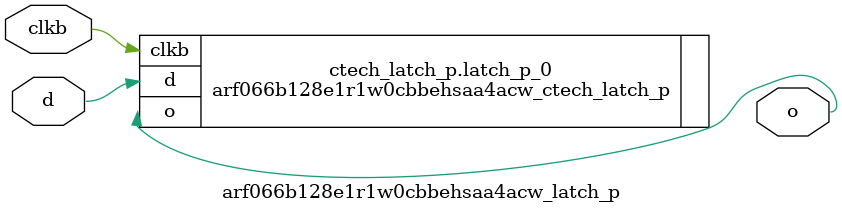
<source format=sv>

`ifndef ARF066B128E1R1W0CBBEHSAA4ACW_LATCH_P_SV
`define ARF066B128E1R1W0CBBEHSAA4ACW_LATCH_P_SV

module arf066b128e1r1w0cbbehsaa4acw_latch_p #
(
  parameter CTECH = 1
)
(
  output logic o,
  input  logic d,
  input  logic clkb
);

  if (CTECH == 1) begin: ctech_latch_p
    arf066b128e1r1w0cbbehsaa4acw_ctech_latch_p latch_p_0 (.o(o),.d(d),.clkb(clkb));
  end
  else begin
    always_latch begin
      if (~clkb) begin
        o <= d;
      end
    end
  end

endmodule // arf066b128e1r1w0cbbehsaa4acw_latch_p

`endif // ARF066B128E1R1W0CBBEHSAA4ACW_LATCH_P_SV
</source>
